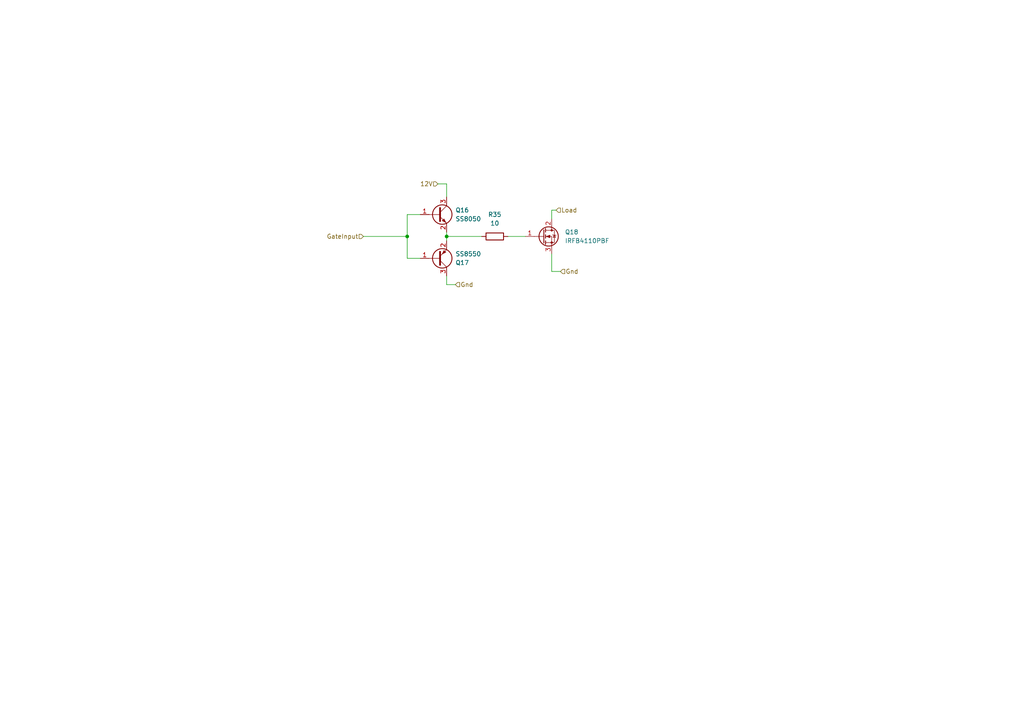
<source format=kicad_sch>
(kicad_sch
	(version 20250114)
	(generator "eeschema")
	(generator_version "9.0")
	(uuid "4e10f350-25d4-4e02-9799-0bbdf34d3f33")
	(paper "A4")
	(lib_symbols
		(symbol "Device:R"
			(pin_numbers
				(hide yes)
			)
			(pin_names
				(offset 0)
			)
			(exclude_from_sim no)
			(in_bom yes)
			(on_board yes)
			(property "Reference" "R"
				(at 2.032 0 90)
				(effects
					(font
						(size 1.27 1.27)
					)
				)
			)
			(property "Value" "R"
				(at 0 0 90)
				(effects
					(font
						(size 1.27 1.27)
					)
				)
			)
			(property "Footprint" ""
				(at -1.778 0 90)
				(effects
					(font
						(size 1.27 1.27)
					)
					(hide yes)
				)
			)
			(property "Datasheet" "~"
				(at 0 0 0)
				(effects
					(font
						(size 1.27 1.27)
					)
					(hide yes)
				)
			)
			(property "Description" "Resistor"
				(at 0 0 0)
				(effects
					(font
						(size 1.27 1.27)
					)
					(hide yes)
				)
			)
			(property "ki_keywords" "R res resistor"
				(at 0 0 0)
				(effects
					(font
						(size 1.27 1.27)
					)
					(hide yes)
				)
			)
			(property "ki_fp_filters" "R_*"
				(at 0 0 0)
				(effects
					(font
						(size 1.27 1.27)
					)
					(hide yes)
				)
			)
			(symbol "R_0_1"
				(rectangle
					(start -1.016 -2.54)
					(end 1.016 2.54)
					(stroke
						(width 0.254)
						(type default)
					)
					(fill
						(type none)
					)
				)
			)
			(symbol "R_1_1"
				(pin passive line
					(at 0 3.81 270)
					(length 1.27)
					(name "~"
						(effects
							(font
								(size 1.27 1.27)
							)
						)
					)
					(number "1"
						(effects
							(font
								(size 1.27 1.27)
							)
						)
					)
				)
				(pin passive line
					(at 0 -3.81 90)
					(length 1.27)
					(name "~"
						(effects
							(font
								(size 1.27 1.27)
							)
						)
					)
					(number "2"
						(effects
							(font
								(size 1.27 1.27)
							)
						)
					)
				)
			)
			(embedded_fonts no)
		)
		(symbol "Transistor_BJT:SS8050"
			(pin_names
				(offset 0)
				(hide yes)
			)
			(exclude_from_sim no)
			(in_bom yes)
			(on_board yes)
			(property "Reference" "Q"
				(at 5.08 1.905 0)
				(effects
					(font
						(size 1.27 1.27)
					)
					(justify left)
				)
			)
			(property "Value" "SS8050"
				(at 5.08 0 0)
				(effects
					(font
						(size 1.27 1.27)
					)
					(justify left)
				)
			)
			(property "Footprint" "Package_TO_SOT_SMD:SOT-23"
				(at 5.08 -7.366 0)
				(effects
					(font
						(size 1.27 1.27)
						(italic yes)
					)
					(justify left)
					(hide yes)
				)
			)
			(property "Datasheet" "http://www.secosgmbh.com/datasheet/products/SSMPTransistor/SOT-23/SS8050.pdf"
				(at 5.08 -4.826 0)
				(effects
					(font
						(size 1.27 1.27)
					)
					(justify left)
					(hide yes)
				)
			)
			(property "Description" "General Purpose NPN Transistor, 1.5A Ic, 25V Vce, SOT-23"
				(at 34.036 -2.286 0)
				(effects
					(font
						(size 1.27 1.27)
					)
					(hide yes)
				)
			)
			(property "ki_keywords" "SS8050 NPN Transistor"
				(at 0 0 0)
				(effects
					(font
						(size 1.27 1.27)
					)
					(hide yes)
				)
			)
			(property "ki_fp_filters" "SOT?23*"
				(at 0 0 0)
				(effects
					(font
						(size 1.27 1.27)
					)
					(hide yes)
				)
			)
			(symbol "SS8050_0_1"
				(polyline
					(pts
						(xy -2.54 0) (xy 0.635 0)
					)
					(stroke
						(width 0)
						(type default)
					)
					(fill
						(type none)
					)
				)
				(polyline
					(pts
						(xy 0.635 1.905) (xy 0.635 -1.905)
					)
					(stroke
						(width 0.508)
						(type default)
					)
					(fill
						(type none)
					)
				)
				(circle
					(center 1.27 0)
					(radius 2.8194)
					(stroke
						(width 0.254)
						(type default)
					)
					(fill
						(type none)
					)
				)
			)
			(symbol "SS8050_1_1"
				(polyline
					(pts
						(xy 0.635 0.635) (xy 2.54 2.54)
					)
					(stroke
						(width 0)
						(type default)
					)
					(fill
						(type none)
					)
				)
				(polyline
					(pts
						(xy 0.635 -0.635) (xy 2.54 -2.54)
					)
					(stroke
						(width 0)
						(type default)
					)
					(fill
						(type none)
					)
				)
				(polyline
					(pts
						(xy 1.27 -1.778) (xy 1.778 -1.27) (xy 2.286 -2.286) (xy 1.27 -1.778)
					)
					(stroke
						(width 0)
						(type default)
					)
					(fill
						(type outline)
					)
				)
				(pin input line
					(at -5.08 0 0)
					(length 2.54)
					(name "B"
						(effects
							(font
								(size 1.27 1.27)
							)
						)
					)
					(number "1"
						(effects
							(font
								(size 1.27 1.27)
							)
						)
					)
				)
				(pin passive line
					(at 2.54 5.08 270)
					(length 2.54)
					(name "C"
						(effects
							(font
								(size 1.27 1.27)
							)
						)
					)
					(number "3"
						(effects
							(font
								(size 1.27 1.27)
							)
						)
					)
				)
				(pin passive line
					(at 2.54 -5.08 90)
					(length 2.54)
					(name "E"
						(effects
							(font
								(size 1.27 1.27)
							)
						)
					)
					(number "2"
						(effects
							(font
								(size 1.27 1.27)
							)
						)
					)
				)
			)
			(embedded_fonts no)
		)
		(symbol "Transistor_BJT:SS8550"
			(pin_names
				(offset 0)
				(hide yes)
			)
			(exclude_from_sim no)
			(in_bom yes)
			(on_board yes)
			(property "Reference" "Q"
				(at 5.08 1.905 0)
				(effects
					(font
						(size 1.27 1.27)
					)
					(justify left)
				)
			)
			(property "Value" "SS8550"
				(at 5.08 0 0)
				(effects
					(font
						(size 1.27 1.27)
					)
					(justify left)
				)
			)
			(property "Footprint" "Package_TO_SOT_SMD:SOT-23"
				(at 5.08 -7.366 0)
				(effects
					(font
						(size 1.27 1.27)
						(italic yes)
					)
					(justify left)
					(hide yes)
				)
			)
			(property "Datasheet" "http://www.secosgmbh.com/datasheet/products/SSMPTransistor/SOT-23/SS8550.pdf"
				(at 5.08 -4.826 0)
				(effects
					(font
						(size 1.27 1.27)
					)
					(justify left)
					(hide yes)
				)
			)
			(property "Description" "General Purpose PNP Transistor, 1.5A Ic, 25V Vce, SOT-23"
				(at 34.036 -2.286 0)
				(effects
					(font
						(size 1.27 1.27)
					)
					(hide yes)
				)
			)
			(property "ki_keywords" "SS8550 PNP Transistor"
				(at 0 0 0)
				(effects
					(font
						(size 1.27 1.27)
					)
					(hide yes)
				)
			)
			(property "ki_fp_filters" "SOT?23*"
				(at 0 0 0)
				(effects
					(font
						(size 1.27 1.27)
					)
					(hide yes)
				)
			)
			(symbol "SS8550_0_1"
				(polyline
					(pts
						(xy -2.54 0) (xy 0.635 0)
					)
					(stroke
						(width 0)
						(type default)
					)
					(fill
						(type none)
					)
				)
				(polyline
					(pts
						(xy 0.635 1.905) (xy 0.635 -1.905)
					)
					(stroke
						(width 0.508)
						(type default)
					)
					(fill
						(type none)
					)
				)
				(polyline
					(pts
						(xy 0.635 0.635) (xy 2.54 2.54)
					)
					(stroke
						(width 0)
						(type default)
					)
					(fill
						(type none)
					)
				)
				(polyline
					(pts
						(xy 0.635 -0.635) (xy 2.54 -2.54)
					)
					(stroke
						(width 0)
						(type default)
					)
					(fill
						(type none)
					)
				)
				(circle
					(center 1.27 0)
					(radius 2.8194)
					(stroke
						(width 0.254)
						(type default)
					)
					(fill
						(type none)
					)
				)
				(polyline
					(pts
						(xy 2.286 -1.778) (xy 1.778 -2.286) (xy 1.27 -1.27) (xy 2.286 -1.778)
					)
					(stroke
						(width 0)
						(type default)
					)
					(fill
						(type outline)
					)
				)
			)
			(symbol "SS8550_1_1"
				(pin input line
					(at -5.08 0 0)
					(length 2.54)
					(name "B"
						(effects
							(font
								(size 1.27 1.27)
							)
						)
					)
					(number "1"
						(effects
							(font
								(size 1.27 1.27)
							)
						)
					)
				)
				(pin passive line
					(at 2.54 5.08 270)
					(length 2.54)
					(name "C"
						(effects
							(font
								(size 1.27 1.27)
							)
						)
					)
					(number "3"
						(effects
							(font
								(size 1.27 1.27)
							)
						)
					)
				)
				(pin passive line
					(at 2.54 -5.08 90)
					(length 2.54)
					(name "E"
						(effects
							(font
								(size 1.27 1.27)
							)
						)
					)
					(number "2"
						(effects
							(font
								(size 1.27 1.27)
							)
						)
					)
				)
			)
			(embedded_fonts no)
		)
		(symbol "Transistor_FET:IRF3205"
			(pin_names
				(hide yes)
			)
			(exclude_from_sim no)
			(in_bom yes)
			(on_board yes)
			(property "Reference" "Q"
				(at 5.08 1.905 0)
				(effects
					(font
						(size 1.27 1.27)
					)
					(justify left)
				)
			)
			(property "Value" "IRF3205"
				(at 5.08 0 0)
				(effects
					(font
						(size 1.27 1.27)
					)
					(justify left)
				)
			)
			(property "Footprint" "Package_TO_SOT_THT:TO-220-3_Vertical"
				(at 5.08 -1.905 0)
				(effects
					(font
						(size 1.27 1.27)
						(italic yes)
					)
					(justify left)
					(hide yes)
				)
			)
			(property "Datasheet" "http://www.irf.com/product-info/datasheets/data/irf3205.pdf"
				(at 5.08 -3.81 0)
				(effects
					(font
						(size 1.27 1.27)
					)
					(justify left)
					(hide yes)
				)
			)
			(property "Description" "110A Id, 55V Vds, Single N-Channel HEXFET Power MOSFET, 8mOhm Ron, TO-220AB"
				(at 0 0 0)
				(effects
					(font
						(size 1.27 1.27)
					)
					(hide yes)
				)
			)
			(property "ki_keywords" "Single N-Channel HEXFET Power MOSFET"
				(at 0 0 0)
				(effects
					(font
						(size 1.27 1.27)
					)
					(hide yes)
				)
			)
			(property "ki_fp_filters" "TO?220*"
				(at 0 0 0)
				(effects
					(font
						(size 1.27 1.27)
					)
					(hide yes)
				)
			)
			(symbol "IRF3205_0_1"
				(polyline
					(pts
						(xy 0.254 1.905) (xy 0.254 -1.905)
					)
					(stroke
						(width 0.254)
						(type default)
					)
					(fill
						(type none)
					)
				)
				(polyline
					(pts
						(xy 0.254 0) (xy -2.54 0)
					)
					(stroke
						(width 0)
						(type default)
					)
					(fill
						(type none)
					)
				)
				(polyline
					(pts
						(xy 0.762 2.286) (xy 0.762 1.27)
					)
					(stroke
						(width 0.254)
						(type default)
					)
					(fill
						(type none)
					)
				)
				(polyline
					(pts
						(xy 0.762 0.508) (xy 0.762 -0.508)
					)
					(stroke
						(width 0.254)
						(type default)
					)
					(fill
						(type none)
					)
				)
				(polyline
					(pts
						(xy 0.762 -1.27) (xy 0.762 -2.286)
					)
					(stroke
						(width 0.254)
						(type default)
					)
					(fill
						(type none)
					)
				)
				(polyline
					(pts
						(xy 0.762 -1.778) (xy 3.302 -1.778) (xy 3.302 1.778) (xy 0.762 1.778)
					)
					(stroke
						(width 0)
						(type default)
					)
					(fill
						(type none)
					)
				)
				(polyline
					(pts
						(xy 1.016 0) (xy 2.032 0.381) (xy 2.032 -0.381) (xy 1.016 0)
					)
					(stroke
						(width 0)
						(type default)
					)
					(fill
						(type outline)
					)
				)
				(circle
					(center 1.651 0)
					(radius 2.794)
					(stroke
						(width 0.254)
						(type default)
					)
					(fill
						(type none)
					)
				)
				(polyline
					(pts
						(xy 2.54 2.54) (xy 2.54 1.778)
					)
					(stroke
						(width 0)
						(type default)
					)
					(fill
						(type none)
					)
				)
				(circle
					(center 2.54 1.778)
					(radius 0.254)
					(stroke
						(width 0)
						(type default)
					)
					(fill
						(type outline)
					)
				)
				(circle
					(center 2.54 -1.778)
					(radius 0.254)
					(stroke
						(width 0)
						(type default)
					)
					(fill
						(type outline)
					)
				)
				(polyline
					(pts
						(xy 2.54 -2.54) (xy 2.54 0) (xy 0.762 0)
					)
					(stroke
						(width 0)
						(type default)
					)
					(fill
						(type none)
					)
				)
				(polyline
					(pts
						(xy 2.794 0.508) (xy 2.921 0.381) (xy 3.683 0.381) (xy 3.81 0.254)
					)
					(stroke
						(width 0)
						(type default)
					)
					(fill
						(type none)
					)
				)
				(polyline
					(pts
						(xy 3.302 0.381) (xy 2.921 -0.254) (xy 3.683 -0.254) (xy 3.302 0.381)
					)
					(stroke
						(width 0)
						(type default)
					)
					(fill
						(type none)
					)
				)
			)
			(symbol "IRF3205_1_1"
				(pin input line
					(at -5.08 0 0)
					(length 2.54)
					(name "G"
						(effects
							(font
								(size 1.27 1.27)
							)
						)
					)
					(number "1"
						(effects
							(font
								(size 1.27 1.27)
							)
						)
					)
				)
				(pin passive line
					(at 2.54 5.08 270)
					(length 2.54)
					(name "D"
						(effects
							(font
								(size 1.27 1.27)
							)
						)
					)
					(number "2"
						(effects
							(font
								(size 1.27 1.27)
							)
						)
					)
				)
				(pin passive line
					(at 2.54 -5.08 90)
					(length 2.54)
					(name "S"
						(effects
							(font
								(size 1.27 1.27)
							)
						)
					)
					(number "3"
						(effects
							(font
								(size 1.27 1.27)
							)
						)
					)
				)
			)
			(embedded_fonts no)
		)
	)
	(junction
		(at 118.11 68.58)
		(diameter 0)
		(color 0 0 0 0)
		(uuid "64f7e974-cdcb-4713-aca0-3fdf42ac7ac2")
	)
	(junction
		(at 129.54 68.58)
		(diameter 0)
		(color 0 0 0 0)
		(uuid "99466649-8284-4c3b-a655-841d5590b5e0")
	)
	(wire
		(pts
			(xy 132.08 82.55) (xy 129.54 82.55)
		)
		(stroke
			(width 0)
			(type default)
		)
		(uuid "136054b1-a541-443e-9905-49bf68cdf09a")
	)
	(wire
		(pts
			(xy 129.54 82.55) (xy 129.54 80.01)
		)
		(stroke
			(width 0)
			(type default)
		)
		(uuid "1ad3e6b2-7fbc-4586-b219-7131110f9a56")
	)
	(wire
		(pts
			(xy 161.29 60.96) (xy 160.02 60.96)
		)
		(stroke
			(width 0)
			(type default)
		)
		(uuid "48336d43-3f1e-456c-b45d-3a7eff9347de")
	)
	(wire
		(pts
			(xy 147.32 68.58) (xy 152.4 68.58)
		)
		(stroke
			(width 0)
			(type default)
		)
		(uuid "4edd646e-11c8-4ab4-ae90-db057249a80d")
	)
	(wire
		(pts
			(xy 129.54 53.34) (xy 129.54 57.15)
		)
		(stroke
			(width 0)
			(type default)
		)
		(uuid "5382b549-2b70-4c99-aecb-716f4b7dc9a7")
	)
	(wire
		(pts
			(xy 118.11 68.58) (xy 118.11 62.23)
		)
		(stroke
			(width 0)
			(type default)
		)
		(uuid "574653c6-390b-4858-9448-f4be5cbc9582")
	)
	(wire
		(pts
			(xy 127 53.34) (xy 129.54 53.34)
		)
		(stroke
			(width 0)
			(type default)
		)
		(uuid "6560ae6a-5ee1-4eb5-b717-f9b1f102eb87")
	)
	(wire
		(pts
			(xy 162.56 78.74) (xy 160.02 78.74)
		)
		(stroke
			(width 0)
			(type default)
		)
		(uuid "69a36d9d-b258-49f5-8e39-c95d02048214")
	)
	(wire
		(pts
			(xy 118.11 62.23) (xy 121.92 62.23)
		)
		(stroke
			(width 0)
			(type default)
		)
		(uuid "7090ab3e-1d32-4a59-9cbb-7574300797e2")
	)
	(wire
		(pts
			(xy 129.54 68.58) (xy 129.54 69.85)
		)
		(stroke
			(width 0)
			(type default)
		)
		(uuid "72124aa8-7c6f-4aa1-b723-a6965e5cd354")
	)
	(wire
		(pts
			(xy 129.54 68.58) (xy 139.7 68.58)
		)
		(stroke
			(width 0)
			(type default)
		)
		(uuid "aedbc88d-bd55-4d5b-9b06-499dd7ec10e6")
	)
	(wire
		(pts
			(xy 160.02 60.96) (xy 160.02 63.5)
		)
		(stroke
			(width 0)
			(type default)
		)
		(uuid "b45ff309-bbac-4e85-bf29-b604bab4206b")
	)
	(wire
		(pts
			(xy 118.11 74.93) (xy 118.11 68.58)
		)
		(stroke
			(width 0)
			(type default)
		)
		(uuid "dbd345b6-51f6-46f4-b987-9b63b1234c66")
	)
	(wire
		(pts
			(xy 105.41 68.58) (xy 118.11 68.58)
		)
		(stroke
			(width 0)
			(type default)
		)
		(uuid "df024811-bbeb-4b6b-9191-a7f3db898e2d")
	)
	(wire
		(pts
			(xy 160.02 73.66) (xy 160.02 78.74)
		)
		(stroke
			(width 0)
			(type default)
		)
		(uuid "f80edc65-5555-468b-8db1-4928d59fe9bb")
	)
	(wire
		(pts
			(xy 121.92 74.93) (xy 118.11 74.93)
		)
		(stroke
			(width 0)
			(type default)
		)
		(uuid "fac62461-a3d5-431f-b64a-bc8db06a82d2")
	)
	(wire
		(pts
			(xy 129.54 67.31) (xy 129.54 68.58)
		)
		(stroke
			(width 0)
			(type default)
		)
		(uuid "fcf34f6c-6169-41f0-b803-23ccdb03d5f0")
	)
	(hierarchical_label "GateInput"
		(shape input)
		(at 105.41 68.58 180)
		(effects
			(font
				(size 1.27 1.27)
			)
			(justify right)
		)
		(uuid "2cd81eb9-8e18-4f08-b2be-21341a1bb627")
	)
	(hierarchical_label "Gnd"
		(shape input)
		(at 162.56 78.74 0)
		(effects
			(font
				(size 1.27 1.27)
			)
			(justify left)
		)
		(uuid "328a667b-7579-4320-90ee-3940ef4cee0c")
	)
	(hierarchical_label "Gnd"
		(shape input)
		(at 132.08 82.55 0)
		(effects
			(font
				(size 1.27 1.27)
			)
			(justify left)
		)
		(uuid "8781198b-a969-45fd-8cf8-aa6fe823b952")
	)
	(hierarchical_label "Load"
		(shape input)
		(at 161.29 60.96 0)
		(effects
			(font
				(size 1.27 1.27)
			)
			(justify left)
		)
		(uuid "cc70dda2-757a-424a-af57-09b809879dd7")
	)
	(hierarchical_label "12V"
		(shape input)
		(at 127 53.34 180)
		(effects
			(font
				(size 1.27 1.27)
			)
			(justify right)
		)
		(uuid "faa570ab-2228-4f45-9de2-b51c84091ea6")
	)
	(symbol
		(lib_id "Transistor_FET:IRF3205")
		(at 157.48 68.58 0)
		(unit 1)
		(exclude_from_sim no)
		(in_bom yes)
		(on_board yes)
		(dnp no)
		(fields_autoplaced yes)
		(uuid "0d339af1-b33a-4c44-8b4f-d30fc38ca72f")
		(property "Reference" "Q15"
			(at 163.83 67.3099 0)
			(effects
				(font
					(size 1.27 1.27)
				)
				(justify left)
			)
		)
		(property "Value" "IRFB4110PBF"
			(at 163.83 69.8499 0)
			(effects
				(font
					(size 1.27 1.27)
				)
				(justify left)
			)
		)
		(property "Footprint" "Package_TO_SOT_THT:TO-220-3_Horizontal_TabUp"
			(at 162.56 70.485 0)
			(effects
				(font
					(size 1.27 1.27)
					(italic yes)
				)
				(justify left)
				(hide yes)
			)
		)
		(property "Datasheet" "http://www.irf.com/product-info/datasheets/data/irf3205.pdf"
			(at 162.56 72.39 0)
			(effects
				(font
					(size 1.27 1.27)
				)
				(justify left)
				(hide yes)
			)
		)
		(property "Description" "110A Id, 55V Vds, Single N-Channel HEXFET Power MOSFET, 8mOhm Ron, TO-220AB"
			(at 157.48 68.58 0)
			(effects
				(font
					(size 1.27 1.27)
				)
				(hide yes)
			)
		)
		(pin "2"
			(uuid "5be3e078-e40d-4d6b-b17e-42167abece85")
		)
		(pin "1"
			(uuid "3ebdcf14-6920-49e7-9686-43b26d4fc422")
		)
		(pin "3"
			(uuid "daf3ac93-102b-4daf-8327-e6826f64479c")
		)
		(instances
			(project "VFD_V1"
				(path "/e60c11d9-ab9e-4760-a4a7-008fcec65a72/c6551446-5e26-4d9a-a5bc-1c867d865e21/114be0da-6ec0-43cc-95ec-fead423de7f2/285d2753-215f-428f-a3e3-1ef4b695e2d7"
					(reference "Q18")
					(unit 1)
				)
				(path "/e60c11d9-ab9e-4760-a4a7-008fcec65a72/c6551446-5e26-4d9a-a5bc-1c867d865e21/114be0da-6ec0-43cc-95ec-fead423de7f2/b376caf9-3098-44f3-80b6-fb87206c02dc"
					(reference "Q15")
					(unit 1)
				)
				(path "/e60c11d9-ab9e-4760-a4a7-008fcec65a72/c6551446-5e26-4d9a-a5bc-1c867d865e21/4ead1ef3-6642-476a-91a4-2f6f295e53fc/285d2753-215f-428f-a3e3-1ef4b695e2d7"
					(reference "Q24")
					(unit 1)
				)
				(path "/e60c11d9-ab9e-4760-a4a7-008fcec65a72/c6551446-5e26-4d9a-a5bc-1c867d865e21/4ead1ef3-6642-476a-91a4-2f6f295e53fc/b376caf9-3098-44f3-80b6-fb87206c02dc"
					(reference "Q21")
					(unit 1)
				)
			)
		)
	)
	(symbol
		(lib_id "Device:R")
		(at 143.51 68.58 90)
		(unit 1)
		(exclude_from_sim no)
		(in_bom yes)
		(on_board yes)
		(dnp no)
		(fields_autoplaced yes)
		(uuid "27fe0c6c-289c-4899-8202-cf88b8d9e60b")
		(property "Reference" "R33"
			(at 143.51 62.23 90)
			(effects
				(font
					(size 1.27 1.27)
				)
			)
		)
		(property "Value" "10"
			(at 143.51 64.77 90)
			(effects
				(font
					(size 1.27 1.27)
				)
			)
		)
		(property "Footprint" "Resistor_SMD:R_0603_1608Metric_Pad0.98x0.95mm_HandSolder"
			(at 143.51 70.358 90)
			(effects
				(font
					(size 1.27 1.27)
				)
				(hide yes)
			)
		)
		(property "Datasheet" "~"
			(at 143.51 68.58 0)
			(effects
				(font
					(size 1.27 1.27)
				)
				(hide yes)
			)
		)
		(property "Description" "Resistor"
			(at 143.51 68.58 0)
			(effects
				(font
					(size 1.27 1.27)
				)
				(hide yes)
			)
		)
		(pin "1"
			(uuid "eca13df0-b328-4236-b1b8-9dbe6966269e")
		)
		(pin "2"
			(uuid "cd6f34ee-e681-4d93-828f-1945c3ae6a50")
		)
		(instances
			(project "VFD_V1"
				(path "/e60c11d9-ab9e-4760-a4a7-008fcec65a72/c6551446-5e26-4d9a-a5bc-1c867d865e21/114be0da-6ec0-43cc-95ec-fead423de7f2/285d2753-215f-428f-a3e3-1ef4b695e2d7"
					(reference "R35")
					(unit 1)
				)
				(path "/e60c11d9-ab9e-4760-a4a7-008fcec65a72/c6551446-5e26-4d9a-a5bc-1c867d865e21/114be0da-6ec0-43cc-95ec-fead423de7f2/b376caf9-3098-44f3-80b6-fb87206c02dc"
					(reference "R33")
					(unit 1)
				)
				(path "/e60c11d9-ab9e-4760-a4a7-008fcec65a72/c6551446-5e26-4d9a-a5bc-1c867d865e21/4ead1ef3-6642-476a-91a4-2f6f295e53fc/285d2753-215f-428f-a3e3-1ef4b695e2d7"
					(reference "R38")
					(unit 1)
				)
				(path "/e60c11d9-ab9e-4760-a4a7-008fcec65a72/c6551446-5e26-4d9a-a5bc-1c867d865e21/4ead1ef3-6642-476a-91a4-2f6f295e53fc/b376caf9-3098-44f3-80b6-fb87206c02dc"
					(reference "R37")
					(unit 1)
				)
			)
		)
	)
	(symbol
		(lib_id "Transistor_BJT:SS8050")
		(at 127 62.23 0)
		(unit 1)
		(exclude_from_sim no)
		(in_bom yes)
		(on_board yes)
		(dnp no)
		(fields_autoplaced yes)
		(uuid "2ead9d98-f9ac-4abd-bf03-9a70cd15560e")
		(property "Reference" "Q13"
			(at 132.08 60.9599 0)
			(effects
				(font
					(size 1.27 1.27)
				)
				(justify left)
			)
		)
		(property "Value" "SS8050"
			(at 132.08 63.4999 0)
			(effects
				(font
					(size 1.27 1.27)
				)
				(justify left)
			)
		)
		(property "Footprint" "Package_TO_SOT_SMD:SOT-23"
			(at 132.08 69.596 0)
			(effects
				(font
					(size 1.27 1.27)
					(italic yes)
				)
				(justify left)
				(hide yes)
			)
		)
		(property "Datasheet" "http://www.secosgmbh.com/datasheet/products/SSMPTransistor/SOT-23/SS8050.pdf"
			(at 132.08 67.056 0)
			(effects
				(font
					(size 1.27 1.27)
				)
				(justify left)
				(hide yes)
			)
		)
		(property "Description" "General Purpose NPN Transistor, 1.5A Ic, 25V Vce, SOT-23"
			(at 161.036 64.516 0)
			(effects
				(font
					(size 1.27 1.27)
				)
				(hide yes)
			)
		)
		(pin "2"
			(uuid "10c36734-f660-4022-ba80-7797b994f05f")
		)
		(pin "3"
			(uuid "58d3680b-f795-4f75-8c5a-ee6bea5274f9")
		)
		(pin "1"
			(uuid "123d3710-991e-489c-a8f3-048f358cf2ce")
		)
		(instances
			(project "VFD_V1"
				(path "/e60c11d9-ab9e-4760-a4a7-008fcec65a72/c6551446-5e26-4d9a-a5bc-1c867d865e21/114be0da-6ec0-43cc-95ec-fead423de7f2/285d2753-215f-428f-a3e3-1ef4b695e2d7"
					(reference "Q16")
					(unit 1)
				)
				(path "/e60c11d9-ab9e-4760-a4a7-008fcec65a72/c6551446-5e26-4d9a-a5bc-1c867d865e21/114be0da-6ec0-43cc-95ec-fead423de7f2/b376caf9-3098-44f3-80b6-fb87206c02dc"
					(reference "Q13")
					(unit 1)
				)
				(path "/e60c11d9-ab9e-4760-a4a7-008fcec65a72/c6551446-5e26-4d9a-a5bc-1c867d865e21/4ead1ef3-6642-476a-91a4-2f6f295e53fc/285d2753-215f-428f-a3e3-1ef4b695e2d7"
					(reference "Q22")
					(unit 1)
				)
				(path "/e60c11d9-ab9e-4760-a4a7-008fcec65a72/c6551446-5e26-4d9a-a5bc-1c867d865e21/4ead1ef3-6642-476a-91a4-2f6f295e53fc/b376caf9-3098-44f3-80b6-fb87206c02dc"
					(reference "Q19")
					(unit 1)
				)
			)
		)
	)
	(symbol
		(lib_id "Transistor_BJT:SS8550")
		(at 127 74.93 0)
		(mirror x)
		(unit 1)
		(exclude_from_sim no)
		(in_bom yes)
		(on_board yes)
		(dnp no)
		(uuid "5fb32489-3a7e-485b-9933-fb15182abbcc")
		(property "Reference" "Q14"
			(at 132.08 76.2001 0)
			(effects
				(font
					(size 1.27 1.27)
				)
				(justify left)
			)
		)
		(property "Value" "SS8550"
			(at 132.08 73.6601 0)
			(effects
				(font
					(size 1.27 1.27)
				)
				(justify left)
			)
		)
		(property "Footprint" "Package_TO_SOT_SMD:SOT-23"
			(at 132.08 67.564 0)
			(effects
				(font
					(size 1.27 1.27)
					(italic yes)
				)
				(justify left)
				(hide yes)
			)
		)
		(property "Datasheet" "http://www.secosgmbh.com/datasheet/products/SSMPTransistor/SOT-23/SS8550.pdf"
			(at 132.08 70.104 0)
			(effects
				(font
					(size 1.27 1.27)
				)
				(justify left)
				(hide yes)
			)
		)
		(property "Description" "General Purpose PNP Transistor, 1.5A Ic, 25V Vce, SOT-23"
			(at 161.036 72.644 0)
			(effects
				(font
					(size 1.27 1.27)
				)
				(hide yes)
			)
		)
		(pin "1"
			(uuid "a15dea82-bfb9-4768-9a3d-36bca2e510c6")
		)
		(pin "3"
			(uuid "5ca645ca-a1fd-4686-9501-d13335ebcf33")
		)
		(pin "2"
			(uuid "86c51e98-d0c3-41bc-8e27-4e272943b8f5")
		)
		(instances
			(project "VFD_V1"
				(path "/e60c11d9-ab9e-4760-a4a7-008fcec65a72/c6551446-5e26-4d9a-a5bc-1c867d865e21/114be0da-6ec0-43cc-95ec-fead423de7f2/285d2753-215f-428f-a3e3-1ef4b695e2d7"
					(reference "Q17")
					(unit 1)
				)
				(path "/e60c11d9-ab9e-4760-a4a7-008fcec65a72/c6551446-5e26-4d9a-a5bc-1c867d865e21/114be0da-6ec0-43cc-95ec-fead423de7f2/b376caf9-3098-44f3-80b6-fb87206c02dc"
					(reference "Q14")
					(unit 1)
				)
				(path "/e60c11d9-ab9e-4760-a4a7-008fcec65a72/c6551446-5e26-4d9a-a5bc-1c867d865e21/4ead1ef3-6642-476a-91a4-2f6f295e53fc/285d2753-215f-428f-a3e3-1ef4b695e2d7"
					(reference "Q23")
					(unit 1)
				)
				(path "/e60c11d9-ab9e-4760-a4a7-008fcec65a72/c6551446-5e26-4d9a-a5bc-1c867d865e21/4ead1ef3-6642-476a-91a4-2f6f295e53fc/b376caf9-3098-44f3-80b6-fb87206c02dc"
					(reference "Q20")
					(unit 1)
				)
			)
		)
	)
)

</source>
